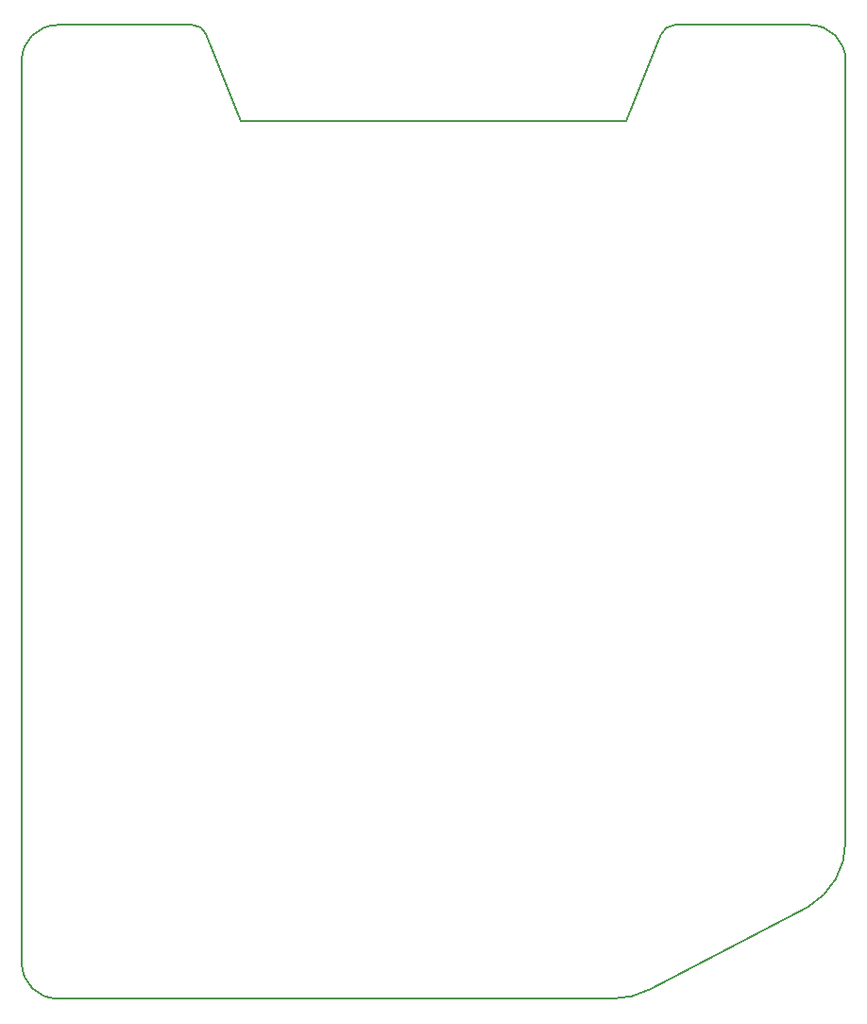
<source format=gbr>
G04 #@! TF.GenerationSoftware,KiCad,Pcbnew,(6.0.4)*
G04 #@! TF.CreationDate,2022-05-01T01:23:01+08:00*
G04 #@! TF.ProjectId,system,73797374-656d-42e6-9b69-6361645f7063,1.0-dev7*
G04 #@! TF.SameCoordinates,Original*
G04 #@! TF.FileFunction,Profile,NP*
%FSLAX46Y46*%
G04 Gerber Fmt 4.6, Leading zero omitted, Abs format (unit mm)*
G04 Created by KiCad (PCBNEW (6.0.4)) date 2022-05-01 01:23:01*
%MOMM*%
%LPD*%
G01*
G04 APERTURE LIST*
G04 #@! TA.AperFunction,Profile*
%ADD10C,0.200000*%
G04 #@! TD*
G04 APERTURE END LIST*
D10*
X155850713Y-154225900D02*
X105950000Y-154225900D01*
X176625000Y-70231000D02*
G75*
G03*
X173450000Y-67056000I-3175000J0D01*
G01*
X102775000Y-151050900D02*
G75*
G03*
X105950000Y-154225900I3175000J0D01*
G01*
X173317038Y-145985323D02*
X159004000Y-153437347D01*
X173317038Y-145985323D02*
G75*
G03*
X176625000Y-140208000I-3391038J5777323D01*
G01*
X105950000Y-67056000D02*
X118110000Y-67056000D01*
X176625000Y-133350000D02*
X176625000Y-140208000D01*
X102775000Y-133350000D02*
X102775000Y-151050900D01*
X155850713Y-154225906D02*
G75*
G03*
X159004000Y-153437347I-13J6699006D01*
G01*
X176625000Y-70231000D02*
X176625000Y-133350000D01*
X102775000Y-70231000D02*
X102775000Y-133350000D01*
X122428000Y-75692000D02*
X156972000Y-75691999D01*
X173450000Y-67056000D02*
X161290000Y-67056000D01*
X161290000Y-67056000D02*
G75*
G03*
X160096590Y-67891634I0J-1270000D01*
G01*
X122428000Y-75692000D02*
X119303410Y-67891635D01*
X156972000Y-75691999D02*
X160096590Y-67891634D01*
X119303410Y-67891635D02*
G75*
G03*
X118110000Y-67056000I-1193410J-434365D01*
G01*
X105950000Y-67056000D02*
G75*
G03*
X102775000Y-70231000I0J-3175000D01*
G01*
M02*

</source>
